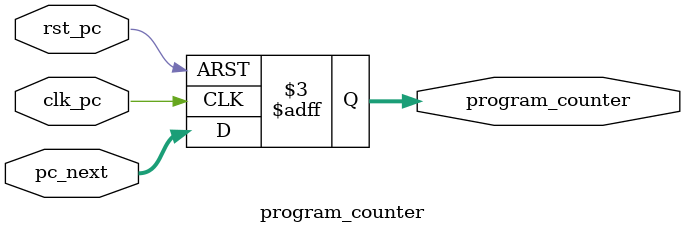
<source format=sv>
`timescale 1ns / 1ps


module program_counter(
    input  logic clk_pc,
    input  logic rst_pc,
    input  logic [31:0] pc_next,
    output logic [31:0] program_counter
    );
    
    always_ff @(posedge clk_pc or negedge rst_pc)
        begin
            if (!rst_pc)
                begin
                    program_counter <= 32'd0;
                end
            else
                begin
                    program_counter <= pc_next;
                end
        end
endmodule

</source>
